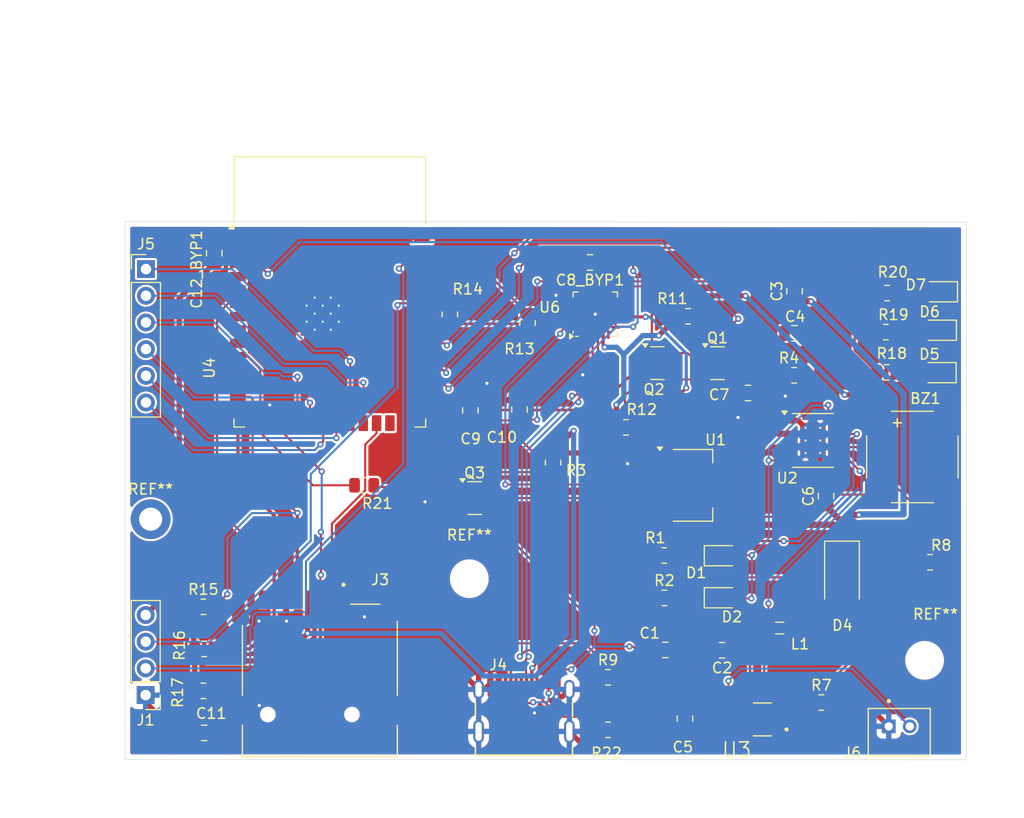
<source format=kicad_pcb>
(kicad_pcb (version 20241229) (generator "pcbnew") (generator_version "9.0")
  (layers (0 "F.Cu" signal) (2 "B.Cu" signal) (13 "F.Paste" user) (15 "B.Paste" user) (5 "F.SilkS" user "F.Silkscreen") (7 "B.SilkS" user "B.Silkscreen") (1 "F.Mask" user) (3 "B.Mask" user) (25 "Edge.Cuts" user))
  (net 0 "")
  (net 1 "Net-(BZ1--)")
  (net 2 "+3.3V")
  (net 3 "/VBUS")
  (net 4 "GND")
  (net 5 "/VBAT")
  (net 6 "+5V")
  (net 7 "Net-(U1-VO)")
  (net 8 "/ESP32 WROOM 32/ESP_EN")
  (net 9 "Net-(D1-K)")
  (net 10 "Net-(D2-K)")
  (net 11 "Net-(D4-A)")
  (net 12 "Net-(D5-A)")
  (net 13 "Net-(D6-A)")
  (net 14 "Net-(D7-A)")
  (net 15 "/ESP32 WROOM 32/SDA")
  (net 16 "/ESP32 WROOM 32/SCL")
  (net 17 "Net-(J5-Pin_6)")
  (net 18 "Net-(J5-Pin_1)")
  (net 19 "Net-(J5-Pin_4)")
  (net 20 "Net-(J5-Pin_5)")
  (net 21 "Net-(J5-Pin_3)")
  (net 22 "Net-(J5-Pin_2)")
  (net 23 "/ESP32 WROOM 32/RTS")
  (net 24 "/ESP32 WROOM 32/DTR")
  (net 25 "/ESP32 WROOM 32/GPIO0")
  (net 26 "Net-(Q3-B)")
  (net 27 "Net-(U2-~{CHRG})")
  (net 28 "Net-(U2-~{STDBY})")
  (net 29 "Net-(U2-PROG)")
  (net 30 "Net-(U3-FB)")
  (net 31 "Net-(J4-CC1)")
  (net 32 "Net-(U6-~{RST})")
  (net 33 "/ESP32 WROOM 32/ESP_TX")
  (net 34 "Net-(U4-TXD0{slash}IO1)")
  (net 35 "/ESP32 WROOM 32/ESP_RX")
  (net 36 "Net-(U4-RXD0{slash}IO3)")
  (net 37 "/ESP32 WROOM 32/SCK")
  (net 38 "/ESP32 WROOM 32/MISO")
  (net 39 "/ESP32 WROOM 32/MOSI")
  (net 40 "Net-(U4-IO16)")
  (net 41 "Net-(U4-IO17)")
  (net 42 "Net-(U4-IO18)")
  (net 43 "Net-(U4-IO25)")
  (net 44 "Net-(J4-CC2)")
  (net 45 "/ESP32 WROOM 32/CS")
  (net 58 "/ESP32 WROOM 32/GPIO34")
  (net 62 "/USB_DN")
  (net 65 "/USB_DP")
  (footprint "Capacitor_SMD:C_0805_2012Metric" (layer "F.Cu") (at 86.9328 121.2088)
    (property "Reference" "C1")
    (property "Value" "10u")
  )
  (footprint "Connector_PinHeader_2.54mm:PinHeader_1x06_P2.54mm_Vertical" (layer "F.Cu") (at 37.5 84.96)
    (property "Reference" "J5")
    (property "Value" "Conn_01x06_Pin")
  )
  (footprint "Resistor_SMD:R_0805_2012Metric" (layer "F.Cu") (at 107.9735 94.7928)
    (property "Reference" "R18")
    (property "Value" "150")
  )
  (footprint "LED_SMD:LED_0805_2012Metric" (layer "F.Cu") (at 92.3239 116.2426)
    (property "Reference" "D2")
    (property "Value" "LED")
  )
  (footprint "LED_SMD:LED_0805_2012Metric" (layer "F.Cu") (at 92.3239 112.2426)
    (property "Reference" "D1")
    (property "Value" "LED")
  )
  (footprint "Package_TO_SOT_SMD:SOT-23" (layer "F.Cu") (at 68.7855 106.7562)
    (property "Reference" "Q3")
    (property "Value" "BC847")
  )
  (footprint "Resistor_SMD:R_0805_2012Metric" (layer "F.Cu") (at 112.1276 112.8682)
    (property "Reference" "R8")
    (property "Value" "110k")
  )
  (footprint "Capacitor_SMD:C_0805_2012Metric" (layer "F.Cu") (at 73.0504 98.3336 90)
    (property "Reference" "C10")
    (property "Value" "100n")
  )
  (footprint "Capacitor_SMD:C_0805_2012Metric" (layer "F.Cu") (at 68.3768 98.4098 90)
    (property "Reference" "C9")
    (property "Value" "4u7")
  )
  (footprint "Resistor_SMD:R_0805_2012Metric" (layer "F.Cu") (at 101.7759 126.2126)
    (property "Reference" "R7")
    (property "Value" "15k")
  )
  (footprint "Resistor_SMD:R_0805_2012Metric" (layer "F.Cu") (at 89.1013 89.4538)
    (property "Reference" "R11")
    (property "Value" "10k")
  )
  (footprint "Capacitor_SMD:C_0805_2012Metric" (layer "F.Cu") (at 44 83.45 90)
    (property "Reference" "C12_BYP1")
    (property "Value" "100n")
  )
  (footprint "Resistor_SMD:R_0805_2012Metric" (layer "F.Cu") (at 86.8445 116.2558)
    (property "Reference" "R2")
    (property "Value" "1k")
  )
  (footprint "Resistor_SMD:R_0805_2012Metric" (layer "F.Cu") (at 83.1869 100.0252)
    (property "Reference" "R12")
    (property "Value" "1k")
  )
  (footprint "Capacitor_SMD:C_0805_2012Metric" (layer "F.Cu") (at 79.7662 84.328 180)
    (property "Reference" "C8_BYP1")
    (property "Value" "100n")
  )
  (footprint "Capacitor_SMD:C_0805_2012Metric" (layer "F.Cu") (at 92.3364 121.2426 180)
    (property "Reference" "C2")
    (property "Value" "10u")
  )
  (footprint "Connector_PinHeader_2.54mm:PinHeader_1x04_P2.54mm_Vertical" (layer "F.Cu") (at 37.4746 125.5048 180)
    (property "Reference" "J1")
    (property "Value" "Conn_01x04_Pin")
  )
  (footprint "Resistor_SMD:R_0805_2012Metric" (layer "F.Cu") (at 42.9637 125.1044)
    (property "Reference" "R17")
    (property "Value" "10k")
  )
  (footprint "New_Library3:CUI_MSD-4-A" (layer "F.Cu") (at 54.0512 124.1044)
    (property "Reference" "J3")
    (property "Value" "MSD-4-A")
  )
  (footprint "Capacitor_SMD:C_0805_2012Metric" (layer "F.Cu") (at 102.2262 106.5698 90)
    (property "Reference" "C6")
    (property "Value" "22u")
  )
  (footprint "Capacitor_SMD:C_0805_2012Metric" (layer "F.Cu") (at 99.2262 91.0698)
    (property "Reference" "C4")
    (property "Value" "22u")
  )
  (footprint "New_Library1:SOT95P280X145-6N" (layer "F.Cu") (at 96.166 127.823 180)
    (property "Reference" "U3")
    (property "Value" "MT3608")
  )
  (footprint "Capacitor_SMD:C_0805_2012Metric" (layer "F.Cu") (at 43.0512 129.1044)
    (property "Reference" "C11")
    (property "Value" "0.1u")
  )
  (footprint "Resistor_SMD:R_0805_2012Metric" (layer "F.Cu") (at 81.4768 123.8162)
    (property "Reference" "R9")
    (property "Value" "5k1")
  )
  (footprint "LED_SMD:LED_0805_2012Metric" (layer "F.Cu") (at 113.0531 87.122 180)
    (property "Reference" "D7")
    (property "Value" "LED")
  )
  (footprint "Package_TO_SOT_SMD:SOT-223-3_TabPin2" (layer "F.Cu") (at 89.5364 105.5426)
    (property "Reference" "U1")
    (property "Value" "AMS1117-3.3")
  )
  (footprint "Capacitor_SMD:C_0805_2012Metric" (layer "F.Cu") (at 94.8069 96.7538 180)
    (property "Reference" "C7")
    (property "Value" "1u")
  )
  (footprint "NewLibrary6:JST_B2B-PH-K-S_LF__SN_" (layer "F.Cu") (at 109.1946 129.032 180)
    (property "Reference" "J6")
    (property "Value" "B2B-PH-K-S_LF__SN_")
  )
  (footprint "MountingHole:MountingHole_3.2mm_M3" (layer "F.Cu") (at 111.6076 122.1994)
    (property "Reference" "REF**")
    (property "Value" "MountingHole_3.2mm_M3")
  )
  (footprint "Capacitor_SMD:C_0805_2012Metric" (layer "F.Cu") (at 88.7984 127.7468 -90)
    (property "Reference" "C5")
    (property "Value" "22u")
  )
  (footprint "Buzzer_Beeper:PUIAudio_SMT_0825_S_4_R" (layer "F.Cu") (at 110.4416 102.8434)
    (property "Reference" "BZ1")
    (property "Value" "Buzzer")
  )
  (footprint "Package_TO_SOT_SMD:SOT-23" (layer "F.Cu") (at 91.8949 93.914)
    (property "Reference" "Q1")
    (property "Value" "BSS138")
  )
  (footprint "Package_TO_SOT_SMD:SOT-23" (layer "F.Cu") (at 86.1799 93.909)
    (property "Reference" "Q2")
    (property "Value" "BSS138")
  )
  (footprint "MountingHole:MountingHole_3.2mm_M3" (layer "F.Cu") (at 68.2752 114.427)
    (property "Reference" "REF**")
    (property "Value" "MountingHole_3.2mm_M3")
  )
  (footprint "LED_SMD:LED_0805_2012Metric" (layer "F.Cu") (at 112.9261 94.8182 180)
    (property "Reference" "D5")
    (property "Value" "LED")
  )
  (footprint "Resistor_SMD:R_0805_2012Metric" (layer "F.Cu") (at 81.4768 128.8162)
    (property "Reference" "R22")
    (property "Value" "5k1")
  )
  (footprint "Package_SO:SOIC-8-1EP_3.9x4.9mm_P1.27mm_EP2.41x3.3mm_ThermalVias" (layer "F.Cu") (at 100.9762 101.2698)
    (property "Reference" "U2")
    (property "Value" "TP4056-42-ESOP8")
  )
  (footprint "Resistor_SMD:R_0805_2012Metric" (layer "F.Cu") (at 73.8124 90.0919 -90)
    (property "Reference" "R13")
    (property "Value" "10k")
  )
  (footprint "New_Library4:MOLEX_2171790001" (layer "F.Cu") (at 73.4768 127.8162)
    (property "Reference" "J4")
    (property "Value" "2171790001")
  )
  (footprint "Resistor_SMD:R_0805_2012Metric" (layer "F.Cu") (at 66.421 89.2791 -90)
    (property "Reference" "R14")
    (property "Value" "10k")
  )
  (footprint "Capacitor_SMD:C_0805_2012Metric" (layer "F.Cu") (at 99.2262 87.0698 90)
    (property "Reference" "C3")
    (property "Value" "10u")
  )
  (footprint "Resistor_SMD:R_0805_2012Metric" (layer "F.Cu") (at 108.0497 87.249)
    (property "Reference" "R20")
    (property "Value" "150")
  )
  (footprint "Resistor_SMD:R_0805_2012Metric" (layer "F.Cu") (at 76.2508 103.3761 90)
    (property "Reference" "R3")
    (property "Value" "0")
  )
  (footprint "Resistor_SMD:R_0805_2012Metric" (layer "F.Cu") (at 107.9227 90.9574)
    (property "Reference" "R19")
    (property "Value" "150")
  )
  (footprint "Resistor_SMD:R_0805_2012Metric" (layer "F.Cu") (at 58.2657 105.537)
    (property "Reference" "R21")
    (property "Value" "1k")
  )
  (footprint "Diode_SMD:D_SMA" (layer "F.Cu") (at 103.7456 114.3668 -90)
    (property "Reference" "D4")
    (property "Value" "SS14")
  )
  (footprint "RF_Module:ESP32-WROOM-32" (layer "F.Cu") (at 55 90.115)
    (property "Reference" "U4")
    (property "Value" "ESP32-WROOM-32")
  )
  (footprint "MountingHole:MountingHole_2.2mm_M2_DIN965_Pad" (layer "F.Cu") (at 37.9476 108.7628)
    (property "Reference" "REF**")
    (property "Value" "MountingHole_2.2mm_M2_DIN965_Pad")
  )
  (footprint "Resistor_SMD:R_0805_2012Metric" (layer "F.Cu") (at 43.0512 121.1044)
    (property "Reference" "R16")
    (property "Value" "10k")
  )
  (footprint "LED_SMD:LED_0805_2012Metric" (layer "F.Cu") (at 112.9515 90.7796 180)
    (property "Reference" "D6")
    (property "Value" "LED")
  )
  (footprint "Inductor_SMD:L_0805_2012Metric" (layer "F.Cu") (at 97.8111 119.126)
    (property "Reference" "L1")
    (property "Value" "5u")
  )
  (footprint "Resistor_SMD:R_0805_2012Metric" (layer "F.Cu") (at 99.1887 95.0698)
    (property "Reference" "R4")
    (property "Value" "2k")
  )
  (footprint "Resistor_SMD:R_0805_2012Metric" (layer "F.Cu") (at 86.8191 112.2172 180)
    (property "Reference" "R1")
    (property "Value" "1k")
  )
  (footprint "Package_DFN_QFN:QFN-24-1EP_4x4mm_P0.5mm_EP2.6x2.6mm" (layer "F.Cu") (at 80.264 89.2556 90)
    (property "Reference" "U6")
    (property "Value" "CP2102N-Axx-xQFN24")
  )
  (footprint "Resistor_SMD:R_0805_2012Metric" (layer "F.Cu") (at 42.9637 117.1044)
    (property "Reference" "R15")
    (property "Value" "10k")
  )
  (gr_line (start 35.5092 80.4418) (end 35.5092 131.6355) (stroke (width 0.05)) (layer "Edge.Cuts"))
  (gr_line (start 35.5092 131.6355) (end 115.57 131.660876) (stroke (width 0.05)) (layer "Edge.Cuts"))
  (gr_line (start 115.57 131.660876) (end 115.57 80.4926) (stroke (width 0.05)) (layer "Edge.Cuts"))
  (gr_line (start 115.2652 80.4926) (end 115.57 80.4926) (stroke (width 0.05)) (layer "Edge.Cuts"))
  (gr_line (start 114.8334 80.4926) (end 35.5092 80.4418) (stroke (width 0.05)) (layer "Edge.Cuts"))
  (gr_line (start 114.8334 80.4926) (end 115.2652 80.4926) (stroke (width 0.05)) (layer "Edge.Cuts"))
  (segment (start 92.636313 108.532571) (end 99.702269 108.532571) (width 0.2) (layer "F.Cu") (net 1))
  (segment (start 106.8642 106.4208) (end 106.9416 106.3434) (width 0.2) (layer "F.Cu") (net 1))
  (segment (start 101.81404 106.4208) (end 106.8642 106.4208) (width 0.2) (layer "F.Cu") (net 1))
  (segment (start 99.702269 108.532571) (end 101.81404 106.4208) (width 0.2) (layer "F.Cu") (net 1))
  (segment (start 69.723 106.7562) (end 90.859942 106.7562) (width 0.2) (layer "F.Cu") (net 1))
  (segment (start 90.859942 106.7562) (end 92.636313 108.532571) (width 0.2) (layer "F.Cu") (net 1))
  (segment (start 40.6654 87.7346) (end 40.6654 116.205) (width 0.5) (layer "F.Cu") (net 2))
  (segment (start 44 84.4) (end 40.6654 87.7346) (width 0.5) (layer "F.Cu") (net 2))
  (segment (start 90.1396 87.503) (end 94.5642 87.503) (width 0.5) (layer "F.Cu") (net 2))
  (segment (start 42.1387 125.0169) (end 42.0512 125.1044) (width 0.5) (layer "F.Cu") (net 2))
  (segment (start 52.8828 119.634) (end 52.8828 116.4728) (width 0.5) (layer "F.Cu") (net 2))
  (segment (start 42.0512 121.0169) (end 42.1387 121.1044) (width 0.5) (layer "F.Cu") (net 2))
  (segment (start 41.514 117.1044) (end 42.0512 117.1044) (width 0.5) (layer "F.Cu") (net 2))
  (segment (start 76.2508 102.4636) (end 79.836 102.4636) (width 0.5) (layer "F.Cu") (net 2))
  (segment (start 43.2897 122.2554) (end 50.2614 122.2554) (width 0.5) (layer "F.Cu") (net 2))
  (segment (start 82.2744 100.0252) (end 82.2744 97.87) (width 0.5) (layer "F.Cu") (net 2))
  (segment (start 76.2508 102.3112) (end 78.2066 100.3554) (width 0.5) (layer "F.Cu") (net 2))
  (segment (start 88.1888 89.4538) (end 88.143 89.4538) (width 0.5) (layer "F.Cu") (net 2))
  (segment (start 50.2614 122.2554) (end 52.8828 119.634) (width 0.5) (layer "F.Cu") (net 2))
  (segment (start 39.129 116.2304) (end 40.64 116.2304) (width 0.5) (layer "F.Cu") (net 2))
  (segment (start 42.0512 117.1044) (end 42.0512 121.0169) (width 0.5) (layer "F.Cu") (net 2))
  (segment (start 82.2744 97.87) (end 82.2706 97.8662) (width 0.5) (layer "F.Cu") (net 2))
  (segment (start 42.1387 121.1044) (end 43.2897 122.2554) (width 0.5) (layer "F.Cu") (net 2))
  (segment (start 52.8828 116.4728) (end 53.0012 116.3544) (width 0.5) (layer "F.Cu") (net 2))
  (segment (start 44 84.4) (end 45.265 83.135) (width 0.5) (layer "F.Cu") (net 2))
  (segment (start 37.4746 117.8848) (end 39.129 116.2304) (width 0.5) (layer "F.Cu") (net 2))
  (segment (start 88.1888 89.4538) (end 90.1396 87.503) (width 0.5) (layer "F.Cu") (net 2))
  (segment (start 79.836 102.4636) (end 82.2744 100.0252) (width 0.5) (layer "F.Cu") (net 2))
  (segment (start 88.143 89.4538) (end 86.3092 91.2876) (width 0.5) (layer "F.Cu") (net 2))
  (segment (start 81.014 92.2662) (end 81.014 91.1931) (width 0.3) (layer "F.Cu") (net 2))
  (segment (start 42.0512 129.0544) (end 42.1012 129.1044) (width 0.5) (layer "F.Cu") (net 2))
  (segment (start 104.5246 96.9264) (end 106.9416 99.3434) (width 0.5) (layer "F.Cu") (net 2))
  (segment (start 40.6654 116.205) (end 40.64 116.2304) (width 0.5) (layer "F.Cu") (net 2))
  (segment (start 42.1387 121.1044) (end 42.1387 125.0169) (width 0.5) (layer "F.Cu") (net 2))
  (segment (start 42.0512 125.1044) (end 42.0512 129.0544) (width 0.5) (layer "F.Cu") (net 2))
  (segment (start 81.153 92.4052) (end 81.014 92.2662) (width 0.3) (layer "F.Cu") (net 2))
  (segment (start 45.265 83.135) (end 46.25 83.135) (width 0.5) (layer "F.Cu") (net 2))
  (segment (start 76.2508 102.4636) (end 76.2508 102.3112) (width 0.5) (layer "F.Cu") (net 2))
  (segment (start 40.64 116.2304) (end 41.514 117.1044) (width 0.5) (layer "F.Cu") (net 2))
  (segment (start 103.9876 96.9264) (end 104.5246 96.9264) (width 0.5) (layer "F.Cu") (net 2))
  (via (at 103.9876 96.9264) (size 0.6) (drill 0.3) (layers "F.Cu" "B.Cu") (net 2))
  (via (at 94.5642 87.503) (size 0.6) (drill 0.3) (layers "F.Cu" "B.Cu") (net 2))
  (via (at 82.2706 97.8662) (size 0.6) (drill 0.3) (layers "F.Cu" "B.Cu") (net 2))
  (via (at 78.2066 100.3554) (size 0.6) (drill 0.3) (layers "F.Cu" "B.Cu") (net 2))
  (via (at 52.8828 119.634) (size 0.6) (drill 0.3) (layers "F.Cu" "B.Cu") (net 2))
  (via (at 86.3092 91.2876) (size 0.6) (drill 0.3) (layers "F.Cu" "B.Cu") (net 2))
  (via (at 81.153 92.4052) (size 0.6) (drill 0.3) (layers "F.Cu" "B.Cu") (net 2))
  (segment (start 78.2066 120.068275) (end 78.2066 100.3554) (width 0.5) (layer "B.Cu") (net 2))
  (segment (start 82.9818 97.155) (end 82.9818 93.091) (width 0.5) (layer "B.Cu") (net 2))
  (segment (start 82.9818 93.091) (end 82.296 92.4052) (width 0.5) (layer "B.Cu") (net 2))
  (segment (start 94.5642 87.503) (end 103.9876 96.9264) (width 0.5) (layer "B.Cu") (net 2))
  (segment (start 84.7852 91.2876) (end 82.9818 93.091) (width 0.5) (layer "B.Cu") (net 2))
  (segment (start 65.569517 119.634) (end 69.622517 123.687) (width 0.5) (layer "B.Cu") (net 2))
  (segment (start 82.296 92.4052) (end 81.153 92.4052) (width 0.5) (layer "B.Cu") (net 2))
  (segment (start 52.8828 119.634) (end 65.569517 119.634) (width 0.5) (layer "B.Cu") (net 2))
  (segment (start 86.3092 91.2876) (end 84.7852 91.2876) (width 0.5) (layer "B.Cu") (net 2))
  (segment (start 69.622517 123.687) (end 74.587875 123.687) (width 0.5) (layer "B.Cu") (net 2))
  (segment (start 82.2706 97.8662) (end 82.9818 97.155) (width 0.5) (layer "B.Cu") (net 2))
  (segment (start 74.587875 123.687) (end 78.2066 120.068275) (width 0.5) (layer "B.Cu") (net 2))
  (segment (start 95.1738 112.1918) (end 93.3122 112.1918) (width 0.2) (layer "F.Cu") (net 3))
  (segment (start 72.273 126.2634) (end 71.0768 125.0672) (width 0.2) (layer "F.Cu") (net 3))
  (segment (start 75.8268 124.4412) (end 75.8768 124.3912) (width 0.2) (layer "F.Cu") (net 3))
  (segment (start 98.5012 103.1748) (end 96.774 103.1748) (width 0.2) (layer "F.Cu") (net 3))
  (segment (start 75.8768 124.3912) (end 75.8768 123.6162) (width 0.2) (layer "F.Cu") (net 3))
  (segment (start 93.3122 112.1918) (end 93.2614 112.2426) (width 0.2) (layer "F.Cu") (net 3))
  (segment (start 68.3768 99.3598) (end 72.9742 99.3598) (width 0.2) (layer "F.Cu") (net 3))
  (segment (start 83.8708 84.6074) (end 83.8708 85.1408) (width 0.2) (layer "F.Cu") (net 3))
  (segment (start 83.5914 84.328) (end 83.8708 84.6074) (width 0.2) (layer "F.Cu") (net 3))
  (segment (start 75.8268 125.32194) (end 75.8268 124.4412) (width 0.2) (layer "F.Cu") (net 3))
  (segment (start 88.6498 118.5418) (end 90.9622 118.5418) (width 0.2) (layer "F.Cu") (net 3))
  (segment (start 90.9622 118.5418) (end 93.2614 116.2426) (width 0.2) (layer "F.Cu") (net 3))
  (segment (start 80.7162 84.328) (end 83.5914 84.328) (width 0.2) (layer "F.Cu") (net 3))
  (segment (start 73.0504 101.0882) (end 76.2508 104.2886) (width 0.2) (layer "F.Cu") (net 3))
  (segment (start 93.3254 116.3066) (end 93.2614 116.2426) (width 0.2) (layer "F.Cu") (net 3))
  (segment (start 76.43 123.063) (end 77.978 123.063) (width 0.2) (layer "F.Cu") (net 3))
  (segment (start 82.2015 90.5056) (end 82.2015 90.0056) (width 0.2) (layer "F.Cu") (net 3))
  (segment (start 83.8454 120.8786) (end 84.1756 121.2088) (width 0.2) (layer "F.Cu") (net 3))
  (segment (start 84.1756 121.2088) (end 85.9828 121.2088) (width 0.2) (layer "F.Cu") (net 3))
  (segment (start 95.123 116.3066) (end 93.3254 116.3066) (width 0.2) (layer "F.Cu") (net 3))
  (segment (start 85.9828 121.2088) (end 88.6498 118.5418) (width 0.2) (layer "F.Cu") (net 3))
  (segment (start 74.7218 99.2836) (end 74.7268 99.2886) (width 0.2) (layer "F.Cu") (net 3))
  (segment (start 80.1878 118.666532) (end 80.1878 119.38) (width 0.2) (layer "F.Cu") (net 3))
  (segment (start 73.0504 99.2836) (end 74.7218 99.2836) (width 0.2) (layer "F.Cu") (net 3))
  (segment (start 72.9742 99.3598) (end 73.0504 99.2836) (width 0.2) (layer "F.Cu") (net 3))
  (segment (start 74.165502 126.1872) (end 74.089302 126.2634) (width 0.2) (layer "F.Cu") (net 3))
  (segment (start 81.514 91.1931) (end 82.2015 90.5056) (width 0.2) (layer "F.Cu") (net 3))
  (segment (start 74.3458 126.1872) (end 74.165502 126.1872) (width 0.2) (layer "F.Cu") (net 3))
  (segment (start 75.8768 123.6162) (end 76.43 123.063) (width 0.2) (layer "F.Cu") (net 3))
  (segment (start 82.2577 90.4494) (end 82.2015 90.5056) (width 0.2) (layer "F.Cu") (net 3))
  (segment (start 70.811132 104.2886) (end 68.6845 106.415232) (width 0.2) (layer "F.Cu") (net 3))
  (segment (start 83.8708 90.4494) (end 82.2577 90.4494) (width 0.2) (layer "F.Cu") (net 3))
  (segment (start 68.6845 106.415232) (end 68.6845 107.163232) (width 0.2) (layer "F.Cu") (net 3))
  (segment (start 102.4382 98.3518) (end 103.4512 99.3648) (width 0.2) (layer "F.Cu") (net 3))
  (segment (start 68.6845 107.163232) (end 80.1878 118.666532) (width 0.2) (layer "F.Cu") (net 3))
  (segment (start 102.4382 97.8916) (end 102.4382 98.3518) (width 0.2) (layer "F.Cu") (net 3))
  (segment (start 73.0504 99.2836) (end 73.0504 101.0882) (width 0.2) (layer "F.Cu") (net 3))
  (segment (start 83.5152 120.8786) (end 83.8454 120.8786) (width 0.2) (layer "F.Cu") (net 3))
  (segment (start 71.0768 125.0672) (end 71.0768 124.3912) (width 0.2) (layer "F.Cu") (net 3))
  (segment (start 76.2508 104.2886) (end 70.811132 104.2886) (width 0.2) (layer "F.Cu") (net 3))
  (segment (start 74.089302 126.2634) (end 72.273 126.2634) (width 0.2) (layer "F.Cu") (net 3))
  (via (at 77.978 123.063) (size 0.6) (drill 0.3) (layers "F.Cu" "B.Cu") (net 3))
  (via (at 75.8268 125.32194) (size 0.6) (drill 0.3) (layers "F.Cu" "B.Cu") (net 3))
  (via (at 74.3458 126.1872) (size 0.6) (drill 0.3) (layers "F.Cu" "B.Cu") (net 3))
  (via (at 95.1738 112.1918) (size 0.6) (drill 0.3) (layers "F.Cu" "B.Cu") (net 3))
  (via (at 83.8708 90.4494) (size 0.6) (drill 0.3) (layers "F.Cu" "B.Cu") (net 3))
  (via (at 95.123 116.3066) (size 0.6) (drill 0.3) (layers "F.Cu" "B.Cu") (net 3))
  (via (at 102.4382 97.8916) (size 0.6) (drill 0.3) (layers "F.Cu" "B.Cu") (net 3))
  (via (at 74.7268 99.2886) (size 0.6) (drill 0.3) (layers "F.Cu" "B.Cu") (net 3))
  (via (at 83.8708 85.1408) (size 0.6) (drill 0.3) (layers "F.Cu" "B.Cu") (net 3))
  (via (at 96.774 103.1748) (size 0.6) (drill 0.3) (layers "F.Cu" "B.Cu") (net 3))
  (via (at 80.1878 119.38) (size 0.6) (drill 0.3) (layers "F.Cu" "B.Cu") (net 3))
  (via (at 83.5152 120.8786) (size 0.6) (drill 0.3) (layers "F.Cu" "B.Cu") (net 3))
  (segment (start 75.692 126.1872) (end 75.8268 126.0524) (width 0.2) (layer "B.Cu") (net 3))
  (segment (start 77.978 123.063) (end 80.1624 120.8786) (width 0.2) (layer "B.Cu") (net 3))
  (segment (start 74.3458 126.1872) (end 75.692 126.1872) (width 0.2) (layer "B.Cu") (net 3))
  (segment (start 82.258857 90.4494) (end 83.8708 90.4494) (width 0.2) (layer "B.Cu") (net 3))
  (segment (start 95.1738 116.2558) (end 95.123 116.3066) (width 0.2) (layer "B.Cu") (net 3))
  (segment (start 84.3026 85.5726) (end 84.3026 90.0176) (width 0.2) (layer "B.Cu") (net 3))
  (segment (start 83.8708 85.1408) (end 84.3026 85.5726) (width 0.2) (layer "B.Cu") (net 3))
  (segment (start 80.1878 120.8532) (end 80.1624 120.8786) (width 0.2) (layer "B.Cu") (net 3))
  (segment (start 96.774 102.0318) (end 100.8634 97.9424) (width 0.2) (layer "B.Cu") (net 3))
  (segment (start 74.7268 99.2886) (end 74.7268 97.981457) (width 0.2) (layer "B.Cu") (net 3))
  (segment (start 84.3026 90.0176) (end 83.8708 90.4494) (width 0.2) (layer "B.Cu") (net 3))
  (segment (start 96.774 103.1748) (end 96.774 110.5916) (width 0.2) (layer "B.Cu") (net 3))
  (segment (start 75.8268 126.0524) (end 75.8268 125.32194) (width 0.2) (layer "B.Cu") (net 3))
  (segment (start 96.774 103.1748) (end 96.774 102.0318) (width 0.2) (layer "B.Cu") (net 3))
  (segment (start 96.774 110.5916) (end 95.1738 112.1918) (width 0.2) (layer "B.Cu") (net 3))
  (segment (start 102.3874 97.9424) (end 102.4382 97.8916) (width 0.2) (layer "B.Cu") (net 3))
  (segment (start 80.1878 119.38) (end 80.1878 120.8532) (width 0.2) (layer "B.Cu") (net 3))
  (segment (start 100.8634 97.9424) (end 102.3874 97.9424) (width 0.2) (layer "B.Cu") (net 3))
  (segment (start 80.1624 120.8786) (end 83.5152 120.8786) (width 0.2) (layer "B.Cu") (net 3))
  (segment (start 74.7268 97.981457) (end 82.258857 90.4494) (width 0.2) (layer "B.Cu") (net 3))
  (segment (start 95.1738 112.1918) (end 95.1738 116.2558) (width 0.2) (layer "B.Cu") (net 3))
  (segment (start 42.8252 130.2804) (end 44.0012 129.1044) (width 0.5) (layer "F.Cu") (net 4))
  (segment (start 77.1092 125.6538) (end 77.7968 124.9662) (width 0.5) (layer "F.Cu") (net 4))
  (segment (start 73.0504 97.3836) (end 73.0504 96.139) (width 0.5) (layer "F.Cu") (net 4))
  (segment (start 102.3874 88.8586) (end 100.676138 90.569862) (width 0.5) (layer "F.Cu") (net 4))
  (segment (start 46.3012 126.9544) (end 47.823 126.9544) (width 0.5) (layer "F.Cu") (net 4))
  (segment (start 79.0702 92.202) (end 79.0702 95.0214) (width 0.3) (layer "F.Cu") (net 4))
  (segment (start 44.635 81.865) (end 46.25 81.865) (width 0.5) (layer "F.Cu") (net 4))
  (segment (start 93.8569 99.0815) (end 93.853 99.0854) (width 0.5) (layer "F.Cu") (net 4))
  (segment (start 68.941125 81.865) (end 73.131325 86.0552) (width 0.5) (layer "F.Cu") (net 4))
  (segment (start 67.04 107.7062) (end 60.9012 113.845) (width 0.5) (layer "F.Cu") (net 4))
  (segment (start 78.8924 84.4042) (end 79.0702 84.4042) (width 0.5) (layer "F.Cu") (net 4))
  (segment (start 50.8762 116.4294) (end 50.8012 116.3544) (width 0.5) (layer "F.Cu") (net 4))
  (segment (start 64.6532 107.7062) (end 64.0588 107.1118) (width 0.5) (layer "F.Cu") (net 4))
  (segment (start 69.7018 124.9662) (end 70.2768 124.3912) (width 0.5) (layer "F.Cu") (net 4))
  (segment (start 41.553908 130.2804) (end 42.8252 130.2804) (width 0.5) (layer "F.Cu") (net 4))
  (segment (start 69.1568 124.9662) (end 69.1568 128.9662) (width 0.5) (layer "F.Cu") (net 4))
  (segment (start 81.2383 124.9672) (end 80.250092 124.9672) (width 0.5) (layer "F.Cu") (net 4))
  (segment (start 65.7602 121.5696) (end 69.1568 124.9662) (width 0.5) (layer "F.Cu") (net 4))
  (segment (start 102.6884 126.2126) (end 105.9252 126.2126) (width 0.5) (layer "F.Cu") (net 4))
  (segment (start 67.04 107.7062) (end 64.6532 107.7062) (width 0.5) (layer "F.Cu") (net 4))
  (segment (start 61.8266 121.5696) (end 65.7602 121.5696) (width 0.5) (layer "F.Cu") (net 4))
  (segment (start 70.2768 125.4662) (end 70.2768 124.3912) (width 0.5) (layer "F.Cu") (net 4))
  (segment (start 100.1012 95.0698) (end 100.1012 97.4344) (width 0.5) (layer "F.Cu") (net 4))
  (segment (start 73.131325 86.0552) (end 74.0012 86.0552) (width 0.5) (layer "F.Cu") (net 4))
  (segment (start 69.1568 124.9662) (end 69.7018 124.9662) (width 0.5) (layer "F.Cu") (net 4))
  (segment (start 83.3528 128.068908) (end 83.3528 129.563492) (width 0.5) (layer "F.Cu") (net 4))
  (segment (start 77.7968 124.9662) (end 80.250092 124.9662) (width 0.5) (layer "F.Cu") (net 4))
  (segment (start 105.9252 126.2126) (end 108.1946 128.482) (width 0.5) (layer "F.Cu") (net 4))
  (segment (start 82.3893 123.8162) (end 85.2754 123.8162) (width 0.5) (layer "F.Cu") (net 4))
  (segment (start 76.6768 125.5326) (end 76.6768 124.3912) (width 0.5) (layer "F.Cu") (net 4))
  (segment (start 88.7984 128.6968) (end 89.6206 129.519) (width 0.5) (layer "F.Cu") (net 4))
  (segment (start 73.0504 96.139) (end 73.4822 95.7072) (width 0.5) (layer "F.Cu") (net 4))
  (segment (start 44.1512 129.1044) (end 46.3012 126.9544) (width 0.5) (layer "F.Cu") (net 4))
  (segment (start 83.5744 103.2426) (end 86.3864 103.2426) (width 0.3) (layer "F.Cu") (net 4))
  (segment (start 79.514 91.7582) (end 79.0702 92.202) (width 0.3) (layer "F.Cu") (net 4))
  (segment (start 76.5556 125.6538) (end 77.1092 125.6538) (width 0.5) (layer "F.Cu") (net 4))
  (segment (start 82.3893 123.8162) (end 81.2383 124.9672) (width 0.5) (layer "F.Cu") (net 4))
  (segment (start 57.103 87.68) (end 55.845 87.68) (width 0.5) (layer "F.Cu") (net 4))
  (segment (start 61.8012 126.9544) (end 61.8012 118.3044) (width 0.5) (layer "F.Cu") (net 4))
  (segment (start 87.3681 103.2426) (end 86.3864 103.2426) (width 0.5) (layer "F.Cu") (net 4))
  (segment (start 47.823 126.9544) (end 48.2854 126.492) (width 0.5) (layer "F.Cu") (net 4))
  (segment (start 87.2699 128.6968) (end 82.3893 123.8162) (width 0.5) (layer "F.Cu") (net 4))
  (segment (start 74.0012 85.820325) (end 74.0012 86.0552) (width 0.5) (layer "F.Cu") (net 4))
  (segment (start 101.6762 105.0698) (end 101.6762 102.4698) (width 0.5) (layer "F.Cu") (net 4))
  (segment (start 80.264 89.2556) (end 79.514 90.0056) (width 0.2) (layer "F.Cu") (net 4))
  (segment (start 44.0012 129.1044) (end 44.1512 129.1044) (width 0.5) (layer "F.Cu") (net 4))
  (segment (start 93.8569 96.7538) (end 93.8569 99.0815) (width 0.5) (layer "F.Cu") (net 4))
  (segment (start 63.75 81.865) (end 68.941125 81.865) (width 0.5) (layer "F.Cu") (net 4))
  (segment (start 99.7112 101.9048) (end 100.2762 102.4698) (width 0.5) (layer "F.Cu") (net 4))
  (segment (start 61.8012 118.3044) (end 60.9012 117.4044) (width 0.5) (layer "F.Cu") (net 4))
  (segment (start 49.276 97.8916) (end 49.276 99.611) (width 0.2) (layer "F.Cu") (net 4))
  (segment (start 67.848 107.7062) (end 67.04 107.7062) (width 0.5) (layer "F.Cu") (net 4))
  (segment (start 100.1012 97.4344) (end 100.1012 97.7648) (width 0.5) (layer "F.Cu") (net 4))
  (segment (start 79.514 91.1931) (end 79.514 91.7582) (width 0.3) (layer "F.Cu") (net 4))
  (segment (start 78.7978 129.9672) (end 77.7968 128.9662) (width 0.5) (layer "F.Cu") (net 4))
  (segment (start 75.010925 87.4522) (end 76.5302 87.4522) (width 0.5) (layer "F.Cu") (net 4))
  (segment (start 88.7984 128.6968) (end 87.2699 128.6968) (width 0.5) (layer "F.Cu") (net 4))
  (segment (start 48.26 118.4656) (end 47.1124 118.4656) (width 0.5) (layer "F.Cu") (net 4))
  (segment (start 100.8634 127.823) (end 101.078 127.823) (width 0.5) (layer "F.Cu") (net 4))
  (segment (start 74.4728 127.2032) (end 72.0138 127.2032) (width 0.5) (layer "F.Cu") (net 4))
  (segment (start 72.0138 127.2032) (end 70.2768 125.4662) (width 0.5) (layer "F.Cu") (net 4))
  (segment (start 72.9742 97.4598) (end 73.0504 97.3836) (width 0.5) (layer "F.Cu") (net 4))
  (segment (start 99.5712 99.3648) (end 100.2762 100.0698) (width 0.5) (layer "F.Cu") (net 4))
  (segment (start 74.0012 86.442475) (end 75.010925 87.4522) (width 0.5) (layer "F.Cu") (net 4))
  (segment (start 80.250092 124.9662) (end 83.3528 128.068908) (width 0.5) (layer "F.Cu") (net 4))
  (segment (start 47.7425 81.865) (end 53.5575 87.68) (width 0.5) (layer "F.Cu") (net 4))
  (segment (start 78.8162 84.328) (end 75.493525 84.328) (width 0.5) (layer "F.Cu") (net 4))
  (segment (start 113.889 90.7796) (end 113.889 94.7928) (width 0.5) (layer "F.Cu") (net 4))
  (segment (start 69.9516 95.8342) (end 69.9516 97.282) (width 0.5) (layer "F.Cu") (net 4))
  (segment (start 98.5012 101.9048) (end 99.7112 101.9048) (width 0.5) (layer "F.Cu") (net 4))
  (segment (start 76.9874 92.202) (end 79.0702 92.202) (width 0.5) (layer "F.Cu") (net 4))
  (segment (start 106.092876 95.9866) (end 112.6952 95.9866) (width 0.5) (layer "F.Cu") (net 4))
  (segment (start 62.918 81.865) (end 57.103 87.68) (width 0.5) (layer "F.Cu") (net 4))
  (segment (start 58.293 118.0592) (end 60.2464 118.0592) (width 0.5) (layer "F.Cu") (net 4))
  (segment (start 63.75 81.865) (end 62.918 81.865) (width 0.5) (layer "F.Cu") (net 4))
  (segment (start 70.1294 97.4598) (end 72.9742 97.4598) (width 0.5) (layer "F.Cu") (net 4))
  (segment (start 97.336 127.823) (end 100.8634 127.823) (width 0.5) (layer "F.Cu") (net 4))
  (segment (start 49.276 99.611) (end 49.29 99.625) (width 0.2) (layer "F.Cu") (net 4))
  (segment (start 85.2754 123.8162) (end 87.8828 121.2088) (width 0.5) (layer "F.Cu") (net 4))
  (segment (start 99.7202 97.0534) (end 100.1012 97.4344) (width 0.5) (layer "F.Cu") (net 4))
  (segment (start 69.9516 97.282) (end 70.1294 97.4598) (width 0.5) (layer "F.Cu") (net 4))
  (segment (start 83.3528 129.563492) (end 82.949092 129.9672) (width 0.5) (layer "F.Cu") (net 4))
  (segment (start 78.8162 84.328) (end 78.8924 84.4042) (width 0.5) (layer "F.Cu") (net 4))
  (segment (start 99.2262 86.1198) (end 100.6486 86.1198) (width 0.5) (layer "F.Cu") (net 4))
  (segment (start 98.3488 97.0534) (end 99.7202 97.0534) (width 0.5) (layer "F.Cu") (net 4))
  (segment (start 102.3874 87.8586) (end 102.3874 88.8586) (width 0.5) (layer "F.Cu") (net 4))
  (segment (start 47.1124 118.4656) (end 46.3012 117.6544) (width 0.5) (layer "F.Cu") (net 4))
  (segment (start 113.889 94.7928) (end 113.8636 94.8182) (width 0.5) (layer "F.Cu") (net 4))
  (segment (start 79.514 90.0056) (end 79.514 91.1931) (width 0.2) (layer "F.Cu") (net 4))
  (segment (start 100.676138 90.569862) (end 100.1762 91.0698) (width 0.5) (layer "F.Cu") (net 4))
  (segment (start 68.3768 97.4598) (end 70.1294 97.4598) (width 0.5) (layer "F.Cu") (net 4))
  (segment (start 80.4143 128.9662) (end 80.5643 128.8162) (width 0.5) (layer "F.Cu") (net 4))
  (segment (start 113.9906 87.122) (end 113.9906 90.678) (width 0.5) (layer "F.Cu") (net 4))
  (segment (start 87.8828 121.2088) (end 91.3526 121.2088) (width 0.5) (layer "F.Cu") (net 4))
  (segment (start 99.1674 129.519) (end 100.8634 127.823) (width 0.5) (layer "F.Cu") (net 4))
  (segment (start 73.4822 95.7072) (end 76.9874 92.202) (width 0.5) (layer "F.Cu") (net 4))
  (segment (start 76.5556 125.6538) (end 76.6768 125.5326) (width 0.5) (layer "F.Cu") (net 4))
  (segment (start 60.2464 118.0592) (end 60.9012 117.4044) (width 0.5) (layer "F.Cu") (net 4))
  (segment (start 100.1012 97.7648) (end 98.5012 99.3648) (width 0.5) (layer "F.Cu") (net 4))
  (segment (start 77.7968 128.9662) (end 80.4143 128.9662) (width 0.5) (layer "F.Cu") (net 4))
  (segment (start 37.4746 126.201092) (end 41.553908 130.2804) (width 0.5) (layer "F.Cu") (net 4))
  (segment (start 46.25 81.865) (end 47.7425 81.865) (width 0.5) (layer "F.Cu") (net 4))
  (segment (start 50.8762 118.4656) (end 50.8762 116.4294) (width 0.5) (layer "F.Cu") (net 4))
  (segment (start 44 82.5) (end 44.635 81.865) (width 0.5) (layer "F.Cu") (net 4))
  (segment (start 82.949092 129.9672) (end 78.7978 129.9672) (width 0.5) (layer "F.Cu") (net 4))
  (segment (start 89.6206 129.519) (end 99.1674 129.519) (width 0.5) (layer "F.Cu") (net 4))
  (segment (start 60.9012 113.845) (end 60.9012 117.4044) (width 0.5) (layer "F.Cu") (net 4))
  (segment (start 100.1762 94.9948) (end 100.1012 95.0698) (width 0.5) (layer "F.Cu") (net 4))
  (segment (start 75.493525 84.328) (end 74.0012 85.820325) (width 0.5) (layer "F.Cu") (net 4))
  (segment (start 98.5012 99.3648) (end 99.5712 99.3648) (width 0.5) (layer "F.Cu") (net 4))
  (segment (start 83.3374 103.4796) (end 83.5744 103.2426) (width 0.3) (layer "F.Cu") (net 4))
  (segment (start 100.6486 86.1198) (end 102.3874 87.8586) (width 0.5) (layer "F.Cu") (net 4))
  (segment (start 100.676138 90.569862) (end 106.092876 95.9866) (width 0.5) (layer "F.Cu") (net 4))
  (segment (start 102.2262 105.6198) (end 101.6762 105.0698) (width 0.5) (layer "F.Cu") (net 4))
  (segment (start 101.078 127.823) (end 102.6884 126.2126) (width 0.5) (layer "F.Cu") (net 4))
  (segment (start 91.3526 121.2088) (end 91.3864 121.2426) (width 0.5) (layer "F.Cu") (net 4))
  (segment (start 37.4746 125.5048) (end 37.4746 126.201092) (width 0.5) (layer "F.Cu") (net 4))
  (segment (start 74.0012 86.0552) (end 74.0012 86.442475) (width 0.5) (layer "F.Cu") (net 4))
  (segment (start 93.8569 96.7538) (end 87.3681 103.2426) (width 0.5) (layer "F.Cu") (net 4))
  (segment (start 112.6952 95.9866) (end 113.8636 94.8182) (width 0.5) (layer "F.Cu") (net 4))
  (segment (start 100.1762 91.0698) (end 100.1762 94.9948) (width 0.5) (layer "F.Cu") (net 4))
  (segment (start 113.9906 90.678) (end 113.889 90.7796) (width 0.5) (layer "F.Cu") (net 4))
  (via (at 93.853 99.0854) (size 0.6) (drill 0.3) (layers "F.Cu" "B.Cu") (net 4))
  (via (at 80.264 89.2556) (size 0.6) (drill 0.3) (layers "F.Cu" "B.Cu") (net 4))
  (via (at 98.3488 97.0534) (size 0.6) (drill 0.3) (layers "F.Cu" "B.Cu") (net 4))
  (via (at 48.2854 126.492) (size 0.6) (drill 0.3) (layers "F.Cu" "B.Cu") (net 4))
  (via (at 50.8762 118.4656) (size 0.6) (drill 0.3) (layers "F.Cu" "B.Cu") (net 4))
  (via (at 83.3374 103.4796) (size 0.6) (drill 0.3) (layers "F.Cu" "B.Cu") (net 4))
  (via (at 48.26 118.4656) (size 0.65) (drill 0.3) (layers "F.Cu" "B.Cu") (net 4))
  (via (at 79.0702 95.0214) (size 0.6) (drill 0.3) (layers "F.Cu" "B.Cu") (net 4))
  (via (at 74.4728 127.2032) (size 0.6) (drill 0.3) (layers "F.Cu" "B.Cu") (net 4))
  (via (at 76.5556 125.6538) (size 0.6) (drill 0.3) (layers "F.Cu" "B.Cu") (net 4))
  (via (at 76.5302 87.4522) (size 0.6) (drill 0.3) (layers "F.Cu" "B.Cu") (net 4))
  (via (at 58.293 118.0592) (size 0.6) (drill 0.3) (layers "F.Cu" "B.Cu") (net 4))
  (via (at 69.9516 95.8342) (size 0.6) (drill 0.3) (layers "F.Cu" "B.Cu") (net 4))
  (via (at 64.0588 107.1118) (size 0.6) (drill 0.3) (layers "F.Cu" "B.Cu") (net 4))
  (via (at 49.276 97.8916) (size 0.65) (drill 0.3) (layers "F.Cu" "B.Cu") (net 4))
  (segment (start 75.7682 127.2032) (end 76.5556 126.4158) (width 0.5) (layer "B.Cu") (net 4))
  (segment (start 64.0588 107.1118) (end 64.0588 101.727) (width 0.5) (layer "B.Cu") (net 4))
  (segment (start 57.8866 118.4656) (end 58.293 118.0592) (width 0.5) (layer "B.Cu") (net 4))
  (segment (start 93.853 99.0854) (end 96.3168 99.0854) (width 0.5) (layer "B.Cu") (net 4))
  (segment (start 96.3168 99.0854) (end 98.3488 97.0534) (width 0.5) (layer "B.Cu") (net 4))
  (segment (start 56.519543 98.2798) (end 49.6642 98.2798) (width 0.2) (layer "B.Cu") (net 4))
  (segment (start 74.4728 127.2032) (end 75.7682 127.2032) (width 0.5) (layer "B.Cu") (net 4))
  (segment (start 55.845 89.9675) (end 58.7924 92.9149) (width 0.2) (layer "B.Cu") (net 4))
  (segment (start 79.0702 95.0214) (end 79.0702 97.115546) (width 0.3) (layer "B.Cu") (net 4))
  (segment (start 58.7924 96.006943) (end 56.519543 98.2798) (width 0.2) (layer "B.Cu") (net 4))
  (segment (start 50.8762 118.4656) (end 57.8866 118.4656) (width 0.5) (layer "B.Cu") (net 4))
  (segment (start 76.5302 87.4522) (end 78.4606 87.4522) (width 0.5) (layer "B.Cu") (net 4))
  (segment (start 49.6642 98.2798) (end 49.276 97.8916) (width 0.2) (layer "B.Cu") (net 4))
  (segment (start 48.2854 126.492) (end 48.26 126.4666) (width 0.5) (layer "B.Cu") (net 4))
  (segment (start 101.6762 102.4698) (end 101.6762 102.5144) (width 0.5) (layer "B.Cu") (net 4))
  (segment (start 64.0588 101.727) (end 69.9516 95.8342) (width 0.5) (layer "B.Cu") (net 4))
  (segment (start 78.4606 87.4522) (end 80.264 89.2556) (width 0.5) (layer "B.Cu") (net 4))
  (segment (start 76.5556 126.4158) (end 76.5556 125.6538) (width 0.5) (layer "B.Cu") (net 4))
  (segment (start 83.3374 101.382746) (end 83.3374 103.4796) (width 0.3) (layer "B.Cu") (net 4))
  (segment (start 48.26 126.4666) (end 48.26 118.4656) (width 0.5) (layer "B.Cu") (net 4))
  (segment (start 58.7924 92.9149) (end 58.7924 96.006943) (width 0.2) (layer "B.Cu") (net 4))
  (segment (start 79.0702 97.115546) (end 83.3374 101.382746) (width 0.3) (layer "B.Cu") (net 4))
  (segment (start 48.26 118.4656) (end 50.8762 118.4656) (width 0.5) (layer "B.Cu") (net 4))
  (segment (start 94.632 121.2426) (end 94.996 120.8786) (width 0.2) (layer "F.Cu") (net 5))
  (segment (start 94.9198 126.7968) (end 94.996 126.873) (width 0.2) (layer "F.Cu") (net 5))
  (segment (start 88.7984 126.7968) (end 94.9198 126.7968) (width 0.2) (layer "F.Cu") (net 5))
  (segment (start 94.996 127.823) (end 92.9386 125.7656) (width 0.2) (layer "F.Cu") (net 5))
  (segment (start 105.4354 104.1654) (end 104.4448 103.1748) (width 0.2) (layer "F.Cu") (net 5))
  (segment (start 93.2864 121.2426) (end 94.632 121.2426) (width 0.2) (layer "F.Cu") (net 5))
  (segment (start 104.4448 103.1748) (end 103.4512 103.1748) (width 0.2) (layer "F.Cu") (net 5))
  (segment (start 96.7486 119.126) (end 94.996 120.8786) (width 0.2) (layer "F.Cu") (net 5))
  (segment (start 94.996 127.823) (end 94.996 126.873) (width 0.2) (layer "F.Cu") (net 5))
  (segment (start 94.996 120.8786) (end 94.996 126.873) (width 0.2) (layer "F.Cu") (net 5))
  (segment (start 96.7486 119.126) (end 96.7486 116.7892) (width 0.2) (layer "F.Cu") (net 5))
  (segment (start 92.9386 125.7656) (end 92.9386 124.1552) (width 0.2) (layer "F.Cu") (net 5))
  (via (at 92.9386 124.1552) (size 0.6) (drill 0.3) (layers "F.Cu" "B.Cu") (net 5))
  (via (at 96.7486 116.7892) (size 0.6) (drill 0.3) (layers "F.Cu" "B.Cu") (net 5))
  (via (at 105.4354 104.1654) (size 0.6) (drill 0.3) (layers "F.Cu" "B.Cu") (net 5))
  (segment (start 94.107 122.9868) (end 104.6994 122.9868) (width 0.2) (layer "B.Cu") (net 5))
  (segment (start 96.7486 115.0112) (end 105.6386 106.1212) (width 0.2) (layer "B.Cu") (net 5))
  (segment (start 92.9386 124.1552) (end 94.107 122.9868) (width 0.2) (layer "B.Cu") (net 5))
  (segment (start 96.7486 116.7892) (end 96.7486 115.0112) (width 0.2) (layer "B.Cu") (net 5))
  (segment (start 105.6386 106.1212) (end 105.6386 104.3686) (width 0.2) (layer "B.Cu") (net 5))
  (segment (start 104.6994 122.9868) (end 110.1946 128.482) (width 0.2) (layer "B.Cu") (net 5))
  (segment (start 105.6386 104.3686) (end 105.4354 104.1654) (width 0.2) (layer "B.Cu") (net 5))
  (segment (start 105.3592 108.3564) (end 104.4284 108.3564) (width 0.6) (layer "F.Cu") (net 6))
  (segment (start 103.7456 112.3668) (end 103.7456 109.2962) (width 0.6) (layer "F.Cu") (net 6))
  (segment (start 100.796 88.0198) (end 100.8126 88.0364) (width 0.6) (layer "F.Cu") (net 6))
  (segment (start 104.4284 108.3564) (end 103.7456 109.0392) (width 0.6) (layer "F.Cu") (net 6))
  (segment (start 103.7456 109.2962) (end 103.7456 109.0392) (width 0.6) (layer "F.Cu") (net 6))
  (segment (start 103.7456 112.3668) (end 110.7137 112.3668) (width 0.6) (layer "F.Cu") (net 6))
  (segment (start 86.3864 107.8426) (end 87.84 109.2962) (width 0.6) (layer "F.Cu") (net 6))
  (segment (start 99.2262 88.0198) (end 100.796 88.0198) (width 0.6) (layer "F.Cu") (net 6))
  (segment (start 110.7137 112.3668) (end 111.2151 112.8682) (width 0.6) (layer "F.Cu") (net 6))
  (segment (start 103.7456 109.0392) (end 102.2262 107.5198) (width 0.6) (layer "F.Cu") (net 6))
  (segment (start 87.84 109.2962) (end 103.7456 109.2962) (width 0.6) (layer "F.Cu") (net 6))
  (via (at 100.8126 88.0364) (size 0.6) (drill 0.3) (layers "F.Cu" "B.Cu") (net 6))
  (via (at 105.3592 108.3564) (size 0.6) (drill 0.3) (layers "F.Cu" "B.Cu") (net 6))
  (segment (start 109.601 108.3056) (end 105.41 108.3056) (width 0.6) (layer "B.Cu") (net 6))
  (segment (start 109.601 96.8248) (end 109.601 108.3056) (width 0.6) (layer "B.Cu") (net 6))
  (segment (start 105.41 108.3056) (end 105.3592 108.3564) (width 0.6) (layer "B.Cu") (net 6))
  (segment (start 100.8126 88.0364) (end 109.601 96.8248) (width 0.6) (layer "B.Cu") (net 6))
  (segment (start 98.2762 91.0698) (end 96.5579 92.7881) (width 0.2) (layer "F.Cu") (net 7))
  (segment (start 96.5579 92.7881) (end 96.5579 101.6711) (width 0.2) (layer "F.Cu") (net 7))
  (segment (start 96.5579 101.6711) (end 92.6864 105.5426) (width 0.2) (layer "F.Cu") (net 7))
  (segment (start 86.3864 105.5426) (end 92.6864 105.5426) (width 0.2) (layer "F.Cu") (net 7))
  (segment (start 46.25 84.405) (end 48.083 84.405) (width 0.2) (layer "F.Cu") (net 8))
  (segment (start 93.2434 93.503) (end 92.8324 93.914) (width 0.2) (layer "F.Cu") (net 8))
  (segment (start 93.8784 89.6874) (end 93.2434 90.3224) (width 0.2) (layer "F.Cu") (net 8))
  (segment (start 95.7569 95.4521) (end 94.2188 93.914) (width 0.2) (layer "F.Cu") (net 8))
  (segment (start 94.2188 93.914) (end 92.8324 93.914) (width 0.2) (layer "F.Cu") (net 8))
  (segment (start 91.5112 89.4538) (end 93.2434 91.186) (width 0.2) (layer "F.Cu") (net 8))
  (segment (start 90.0138 89.4538) (end 91.5112 89.4538) (width 0.2) (layer "F.Cu") (net 8))
  (segment (start 95.7569 96.7538) (end 95.7569 95.4521) (width 0.2) (layer "F.Cu") (net 8))
  (segment (start 93.2434 91.186) (end 93.2434 93.503) (width 0.2) (layer "F.Cu") (net 8))
  (segment (start 93.2434 90.3224) (end 93.2434 91.186) (width 0.2) (layer "F.Cu") (net 8))
  (segment (start 48.083 84.405) (end 49.0982 85.4202) (width 0.2) (layer "F.Cu") (net 8))
  (via (at 49.0982 85.4202) (size 0.6) (drill 0.3) (layers "F.Cu" "B.Cu") (net 8))
  (via (at 93.8784 89.6874) (size 0.6) (drill 0.3) (layers "F.Cu" "B.Cu") (net 8))
  (segment (start 49.0982 85.4202) (end 52.1208 82.3976) (width 0.2) (layer "B.Cu") (net 8))
  (segment (start 86.5886 82.3976) (end 93.8784 89.6874) (width 0.2) (layer "B.Cu") (net 8))
  (segment (start 52.1208 82.3976) (end 86.5886 82.3976) (width 0.2) (layer "B.Cu") (net 8))
  (segment (start 87.7316 112.2172) (end 91.361 112.2172) (width 0.2) (layer "F.Cu") (net 9))
  (segment (start 91.361 112.2172) (end 91.3864 112.2426) (width 0.2) (layer "F.Cu") (net 9))
  (segment (start 85.932 116.2558) (end 86.933 117.2568) (width 0.2) (layer "F.Cu") (net 10))
  (segment (start 86.933 117.2568) (end 90.3722 117.2568) (width 0.2) (layer "F.Cu") (net 10))
  (segment (start 90.3722 117.2568) (end 91.3864 116.2426) (width 0.2) (layer "F.Cu") (net 10))
  (segment (start 98.8736 119.126) (end 100.9864 119.126) (width 0.2) (layer "F.Cu") (net 11))
  (segment (start 96.651001 128.773) (end 97.336 128.773) (width 0.2) (layer "F.Cu") (net 11))
  (segment (start 96.35 128.471999) (end 96.651001 128.773) (width 0.2) (layer "F.Cu") (net 11))
  (segment (start 96.35 121.6496) (end 96.35 128.471999) (width 0.2) (layer "F.Cu") (net 11))
  (segment (start 98.8736 119.126) (end 96.35 121.6496) (width 0.2) (layer "F.Cu") (net 11))
  (segment (start 100.9864 119.126) (end 103.7456 116.3668) (width 0.2) (layer "F.Cu") (net 11))
  (segment (start 111.9632 94.7928) (end 111.9886 94.8182) (width 0.2) (layer "F.Cu") (net 12))
  (segment (start 108.886 94.7928) (end 111.9632 94.7928) (width 0.2) (layer "F.Cu") (net 12))
  (segment (start 111.8362 90.9574) (end 112.014 90.7796) (width 0.2) (layer "F.Cu") (net 13))
  (segment (start 108.8352 90.9574) (end 111.8362 90.9574) (width 0.2) (layer "F.Cu") (net 13))
  (segment (start 108.9622 87.249) (end 111.9886 87.249) (width 0.2) (layer "F.Cu") (net 14))
  (segment (start 111.9886 87.249) (end 112.1156 87.122) (width 0.2) (layer "F.Cu") (net 14))
  (segment (start 61.6196 88.215) (end 63.75 88.215) (width 0.2) (layer "F.Cu") (net 15))
  (segment (start 61.4426 88.392) (end 61.6196 88.215) (width 0.2) (layer "F.Cu") (net 15))
  (via (at 61.4426 88.392) (size 0.6) (drill 0.3) (layers "F.Cu" "B.Cu") (net 15))
  (segment (start 53.1876 104.478368) (end 53.1876 110.8202) (width 0.2) (layer "B.Cu") (net 15))
  (segment (start 53.1876 110.8202) (end 43.583 120.4248) (width 0.2) (layer "B.Cu") (net 15))
  (segment (start 61.4426 88.392) (end 61.4426 96.223368) (width 0.2) (layer "B.Cu") (net 15))
  (segment (start 43.583 120.4248) (end 37.4746 120.4248) (width 0.2) (layer "B.Cu") (net 15))
  (segment (start 61.4426 96.223368) (end 53.1876 104.478368) (width 0.2) (layer "B.Cu") (net 15))
  (segment (start 62.0768 84.405) (end 63.75 84.405) (width 0.2) (layer "F.Cu") (net 16))
  (segment (start 61.5696 84.9122) (end 62.0768 84.405) (width 0.2) (layer "F.Cu") (net 16))
  (via (at 61.5696 84.9122) (size 0.6) (drill 0.3) (layers "F.Cu" "B.Cu") (net 16))
  (segment (start 47.4218 122.6566) (end 47.1136 122.9648) (width 0.2) (layer "B.Cu") (net 16))
  (segment (start 47.634 118.724898) (end 47.641322 118.732221) (width 0.2) (layer "B.Cu") (net 16))
  (segment (start 61.9936 103.5128) (end 52.7304 112.776) (width 0.2) (layer "B.Cu") (net 16))
  (segment (start 52.7304 117.6274) (end 47.9552 117.6274) (width 0.2) (layer "B.Cu") (net 16))
  (segment (start 47.9552 117.6274) (end 47.634 117.9486) (width 0.2) (layer "B.Cu") (net 16))
  (segment (start 47.4218 118.951743) (end 47.4218 122.6566) (width 0.2) (layer "B.Cu") (net 16))
  (segment (start 61.9936 85.3362) (end 61.9936 103.5128) (width 0.2) (layer "B.Cu") (net 16))
  (segment (start 47.641322 118.732221) (end 47.4218 118.951743) (width 0.2) (layer "B.Cu") (net 16))
  (segment (start 47.634 117.9486) (end 47.634 118.724898) (width 0.2) (layer "B.Cu") (net 16))
  (segment (start 61.5696 84.9122) (end 61.9936 85.3362) (width 0.2) (layer "B.Cu") (net 16))
  (segment (start 47.1136 122.9648) (end 37.4746 122.9648) (width 0.2) (layer "B.Cu") (net 16))
  (segment (start 52.7304 112.776) (end 52.7304 117.6274) (width 0.2) (layer "B.Cu") (net 16))
  (segment (start 54.102 101.6508) (end 54.37 101.3828) (width 0.2) (layer "F.Cu") (net 17))
  (segment (start 54.37 101.3828) (end 54.37 99.625) (width 0.2) (layer "F.Cu") (net 17))
  (via (at 54.102 101.6508) (size 0.6) (drill 0.3) (layers "F.Cu" "B.Cu") (net 17))
  (segment (start 37.5 97.66) (end 42.0242 102.1842) (width 0.2) (layer "B.Cu") (net 17))
  (segment (start 53.0352 102.1842) (end 53.5686 102.1842) (width 0.2) (layer "B.Cu") (net 17))
  (segment (start 53.5686 102.1842) (end 54.102 101.6508) (width 0.2) (layer "B.Cu") (net 17))
  (segment (start 42.0242 102.1842) (end 53.0352 102.1842) (width 0.2) (layer "B.Cu") (net 17))
  (segment (start 56.9468 99.5882) (end 56.91 99.625) (width 0.2) (layer "F.Cu") (net 18))
  (segment (start 56.9468 93.7514) (end 56.9468 99.5882) (width 0.2) (layer "F.Cu") (net 18))
  (segment (start 56.9214 93.726) (end 56.9468 93.7514) (width 0.2) (layer "F.Cu") (net 18))
  (via (at 56.9214 93.726) (size 0.6) (drill 0.3) (layers "F.Cu" "B.Cu") (net 18))
  (segment (start 55.9308 92.7354) (end 53.467 92.7354) (width 0.2) (layer "B.Cu") (net 18))
  (segment (start 53.467 92.7354) (end 45.6916 84.96) (width 0.2) (layer "B.Cu") (net 18))
  (segment (start 56.9214 93.726) (end 55.9308 92.7354) (width 0.2) (layer "B.Cu") (net 18))
  (segment (start 45.6916 84.96) (end 37.5 84.96) (width 0.2) (layer "B.Cu") (net 18))
  (segment (start 53.1114 97.6788) (end 53.1114 99.6136) (width 0.2) (layer "F.Cu") (net 19))
  (segment (start 53.1114 99.6136) (end 53.1 99.625) (width 0.2) (layer "F.Cu") (net 19))
  (via (at 53.1114 97.6788) (size 0.6) (drill 0.3) (layers "F.Cu" "B.Cu") (net 19))
  (segment (start 42.1004 97.1804) (end 52.613 97.1804) (width 0.2) (layer "B.Cu") (net 19))
  (segment (start 37.5 92.58) (end 42.1004 97.1804) (width 0.2) (layer "B.Cu") (net 19))
  (segment (start 52.613 97.1804) (end 53.1114 97.6788) (width 0.2) (layer "B.Cu") (net 19))
  (segment (start 55.626 99.639) (end 55.64 99.625) (width 0.2) (layer "F.Cu") (net 20))
  (segment (start 55.626 101.0412) (end 55.626 99.639) (width 0.2) (layer "F.Cu") (net 20))
  (via (at 55.626 101.0412) (size 0.6) (drill 0.3) (layers "F.Cu" "B.Cu") (net 20))
  (segment (start 37.5 95.12) (end 43.4212 101.0412) (width 0.2) (layer "B.Cu") (net 20))
  (segment (start 43.4212 101.0412) (end 55.626 101.0412) (width 0.2) (layer "B.Cu") (net 20))
  (segment (start 51.9176 99.5374) (end 51.83 99.625) (width 0.2) (layer "F.Cu") (net 21))
  (segment (start 51.9176 95.1992) (end 51.9176 99.5374) (width 0.2) (layer "F.Cu") (net 21))
  (via (at 51.9176 95.1992) (size 0.6) (drill 0.3) (layers "F.Cu" "B.Cu") (net 21))
  (segment (start 50.546 95.1992) (end 50.2158 94.869) (width 0.2) (layer "B.Cu") (net 21))
  (segment (start 44.0152 90.04) (end 37.5 90.04) (width 0.2) (layer "B.Cu") (net 21))
  (segment (start 51.9176 95.1992) (end 50.546 95.1992) (width 0.2) (layer "B.Cu") (net 21))
  (segment (start 50.2158 94.869) (end 48.8442 94.869) (width 0.2) (layer "B.Cu") (net 21))
  (segment (start 48.8442 94.869) (end 44.0152 90.04) (width 0.2) (layer "B.Cu") (net 21))
  (segment (start 58.2168 99.5882) (end 58.18 99.625) (width 0.2) (layer "F.Cu") (net 22))
  (segment (start 58.2168 95.7834) (end 58.2168 99.5882) (width 0.2) (layer "F.Cu") (net 22))
  (segment (start 58.1914 95.758) (end 58.2168 95.7834) (width 0.2) (layer "F.Cu") (net 22))
  (via (at 58.1914 95.758) (size 0.6) (drill 0.3) (layers "F.Cu" "B.Cu") (net 22))
  (segment (start 58.1914 95.758) (end 56.5404 95.758) (width 0.2) (layer "B.Cu") (net 22))
  (segment (start 56.5404 95.758) (end 54.7624 93.98) (width 0.2) (layer "B.Cu") (net 22))
  (segment (start 50.6222 93.98) (end 44.1422 87.5) (width 0.2) (layer "B.Cu") (net 22))
  (segment (start 54.7624 93.98) (end 50.6222 93.98) (width 0.2) (layer "B.Cu") (net 22))
  (segment (start 44.1422 87.5) (end 37.5 87.5) (width 0.2) (layer "B.Cu") (net 22))
  (segment (start 85.6488 92.5526) (end 85.6488 87.4776) (width 0.2) (layer "F.Cu") (net 23))
  (segment (start 85.2424 92.959) (end 85.6488 92.5526) (width 0.2) (layer "F.Cu") (net 23))
  (segment (start 84.7758 86.6046) (end 78.799202 86.6046) (width 0.2) (layer "F.Cu") (net 23))
  (segment (start 78.3265 87.077302) (end 78.3265 88.0056) (width 0.2) (layer "F.Cu") (net 23))
  (segment (start 78.799202 86.6046) (end 78.3265 87.077302) (width 0.2) (layer "F.Cu") (net 23))
  (segment (start 85.6488 87.4776) (end 84.7758 86.6046) (width 0.2) (layer "F.Cu") (net 23))
  (segment (start 89.0524 92.959) (end 90.9574 94.864) (width 0.2) (layer "F.Cu") (net 23))
  (segment (start 85.2424 92.959) (end 89.0524 92.959) (width 0.2) (layer "F.Cu") (net 23))
  (segment (start 92.1512 95.049668) (end 92.1512 94.612268) (width 0.2) (layer "F.Cu") (net 24))
  (segment (start 85.2424 94.859) (end 85.8484 95.465) (width 0.2) (layer "F.Cu") (net 24))
  (segment (start 80.506257 105.4608) (end 71.7042 105.4608) (width 0.2) (layer "F.Cu") (net 24))
  (segment (start 83.088457 97.012943) (end 83.088457 102.8786) (width 0.2) (layer "F.Cu") (net 24))
  (segment (start 76.9366 91.1098) (end 76.9366 90.967202) (width 0.2) (layer "F.Cu") (net 24))
  (segment (start 91.735868 95.465) (end 92.1512 95.049668) (width 0.2) (layer "F.Cu") (net 24))
  (segment (start 85.8484 95.465) (end 91.735868 95.465) (width 0.2) (layer "F.Cu") (net 24))
  (segment (start 77.898202 90.0056) (end 78.3265 90.0056) (width 0.2) (layer "F.Cu") (net 24))
  (segment (start 85.2424 94.859) (end 83.088457 97.012943) (width 0.2) (layer "F.Cu") (net 24))
  (segment (start 92.1512 94.612268) (end 90.9574 93.418468) (width 0.2) (layer "F.Cu") (net 24))
  (segment (start 90.9574 93.418468) (end 90.9574 92.964) (width 0.2) (layer "F.Cu") (net 24))
  (segment (start 76.9366 90.967202) (end 77.898202 90.0056) (width 0.2) (layer "F.Cu") (net 24))
  (segment (start 83.088457 102.8786) (end 80.506257 105.4608) (width 0.2) (layer "F.Cu") (net 24))
  (via (at 76.9366 91.1098) (size 0.6) (drill 0.3) (layers "F.Cu" "B.Cu") (net 24))
  (via (at 71.7042 105.4608) (size 0.6) (drill 0.3) (layers "F.Cu" "B.Cu") (net 24))
  (segment (start 71.7042 96.3422) (end 76.9366 91.1098) (width 0.2) (layer "B.Cu") (net 24))
  (segment (start 71.7042 105.4608) (end 71.7042 96.3422) (width 0.2) (layer "B.Cu") (net 24))
  (segment (start 63.75 98.375) (end 80.311578 98.375) (width 0.25) (layer "F.Cu") (net 25))
  (segment (start 84.777578 93.909) (end 87.1174 93.909) (width 0.25) (layer "F.Cu") (net 25))
  (segment (start 80.311578 98.375) (end 84.777578 93.909) (width 0.25) (layer "F.Cu") (net 25))
  (segment (start 67.748 105.7062) (end 67.848 105.8062) (width 0.2) (layer "F.Cu") (net 26))
  (segment (start 59.1782 105.537) (end 59.3474 105.7062) (width 0.2) (layer "F.Cu") (net 26))
  (segment (start 59.3474 105.7062) (end 67.748 105.7062) (width 0.2) (layer "F.Cu") (net 26))
  (segment (start 87.2782 110.8456) (end 98.1964 110.8456) (width 0.2) (layer "F.Cu") (net 27))
  (segment (start 103.4766 100.6602) (end 103.4512 100.6348) (width 0.2) (layer "F.Cu") (net 27))
  (segment (start 105.156 100.6602) (end 103.4766 100.6602) (width 0.2) (layer "F.Cu") (net 27))
  (segment (start 85.9066 112.2172) (end 87.2782 110.8456) (width 0.2) (layer "F.Cu") (net 27))
  (via (at 98.1964 110.8456) (size 0.6) (drill 0.3) (layers "F.Cu" "B.Cu") (net 27))
  (via (at 105.156 100.6602) (size 0.6) (drill 0.3) (layers "F.Cu" "B.Cu") (net 27))
  (segment (start 98.1964 110.8456) (end 99.681343 110.8456) (width 0.2) (layer "B.Cu") (net 27))
  (segment (start 99.681343 110.8456) (end 104.8344 105.692543) (width 0.2) (layer "B.Cu") (net 27))
  (segment (start 104.8344 100.9818) (end 105.156 100.6602) (width 0.2) (layer "B.Cu") (net 27))
  (segment (start 104.8344 105.692543) (end 104.8344 100.9818) (width 0.2) (layer "B.Cu") (net 27))
  (segment (start 87.757 116.2558) (end 89.7128 114.3) (width 0.2) (layer "F.Cu") (net 28))
  (segment (start 112.0286 113.55336) (end 112.0286 108.8284) (width 0.2) (layer "F.Cu") (net 28))
  (segment (start 111.28196 114.3) (end 112.0286 113.55336) (width 0.2) (layer "F.Cu") (net 28))
  (segment (start 105.105 101.9048) (end 103.4512 101.9048) (width 0.2) (layer "F.Cu") (net 28))
  (segment (start 89.7128 114.3) (end 111.28196 114.3) (width 0.2) (layer "F.Cu") (net 28))
  (segment (start 112.0286 108.8284) (end 105.105 101.9048) (width 0.2) (layer "F.Cu") (net 28))
  (segment (start 97.2252 100.333799) (end 97.526201 100.6348) (width 0.2) (layer "F.Cu") (net 29))
  (segment (start 97.2252 96.1208) (end 97.2252 100.333799) (width 0.2) (layer "F.Cu") (net 29))
  (segment (start 97.526201 100.6348) (end 98.5012 100.6348) (width 0.2) (layer "F.Cu") (net 29))
  (segment (start 98.2762 95.0698) (end 97.2252 96.1208) (width 0.2) (layer "F.Cu") (net 29))
  (segment (start 98.9362 125.2728) (end 99.9236 125.2728) (width 0.2) (layer "F.Cu") (net 30))
  (segment (start 97.336 126.873) (end 98.9362 125.2728) (width 0.2) (layer "F.Cu") (net 30))
  (segment (start 99.9236 125.2728) (end 100.8634 126.2126) (width 0.2) (layer "F.Cu") (net 30))
  (segment (start 113.0401 112.8682) (end 113.0401 113.8073) (width 0.2) (layer "F.Cu") (net 30))
  (segment (start 101.59626 123.60014) (end 99.9236 125.2728) (width 0.2) (layer "F.Cu") (net 30))
  (segment (start 113.0401 113.8073) (end 103.24726 123.60014) (width 0.2) (layer "F.Cu") (net 30))
  (segment (start 103.24726 123.60014) (end 101.59626 123.60014) (width 0.2) (layer "F.Cu") (net 30))
  (segment (start 72.2268 120.864) (end 72.2268 124.3912) (width 0.2) (layer "F.Cu") (net 31))
  (segment (start 80.5643 123.8162) (end 80.5643 121.8901) (width 0.2) (layer "F.Cu") (net 31))
  (segment (start 79.248 120.5738) (end 72.517 120.5738) (width 0.2) (layer "F.Cu") (net 31))
  (segment (start 72.517 120.5738) (end 72.2268 120.864) (width 0.2) (layer "F.Cu") (net 31))
  (segment (start 80.5643 121.8901) (end 79.248 120.5738) (width 0.2) (layer "F.Cu") (net 31))
  (segment (start 84.0994 100.0252) (end 85.1662 100.0252) (width 0.3) (layer "F.Cu") (net 32))
  (segment (start 85.1662 100.0252) (end 88.9254 96.266) (width 0.3) (layer "F.Cu") (net 32))
  (segment (start 85.0488 89.5096) (end 82.2055 89.5096) (width 0.3) (layer "F.Cu") (net 32))
  (segment (start 82.2055 89.5096) (end 82.2015 89.5056) (width 0.3) (layer "F.Cu") (net 32))
  (via (at 85.0488 89.5096) (size 0.6) (drill 0.3) (layers "F.Cu" "B.Cu") (net 32))
  (via (at 88.9254 96.266) (size 0.6) (drill 0.3) (layers "F.Cu" "B.Cu") (net 32))
  (segment (start 88.9254 96.266) (end 88.9254 92.983146) (width 0.3) (layer "B.Cu") (net 32))
  (segment (start 88.9254 92.983146) (end 85.451854 89.5096) (width 0.3) (layer "B.Cu") (net 32))
  (segment (start 85.451854 89.5096) (end 85.0488 89.5096) (width 0.3) (layer "B.Cu") (net 32))
  (segment (start 73.8124 91.0044) (end 75.899402 91.0044) (width 0.2) (layer "F.Cu") (net 33))
  (segment (start 75.899402 91.0044) (end 77.898202 89.0056) (width 0.2) (layer "F.Cu") (net 33))
  (segment (start 77.898202 89.0056) (end 78.3265 89.0056) (width 0.2) (layer "F.Cu") (net 33))
  (segment (start 70.308 85.675) (end 73.8124 89.1794) (width 0.2) (layer "F.Cu") (net 34))
  (segment (start 63.75 85.675) (end 70.308 85.675) (width 0.2) (layer "F.Cu") (net 34))
  (segment (start 77.5088 88.5056) (end 78.3265 88.5056) (width 0.25) (layer "F.Cu") (net 35))
  (segment (start 66.4467 90.1659) (end 75.8485 90.1659) (width 0.25) (layer "F.Cu") (net 35))
  (segment (start 75.8485 90.1659) (end 77.5088 88.5056) (width 0.25) (layer "F.Cu") (net 35))
  (segment (start 66.421 90.1916) (end 66.4467 90.1659) (width 0.25) (layer "F.Cu") (net 35))
  (segment (start 64.9994 86.945) (end 66.421 88.3666) (width 0.25) (layer "F.Cu") (net 36))
  (segment (start 63.75 86.945) (end 64.9994 86.945) (width 0.25) (layer "F.Cu") (net 36))
  (segment (start 47.4226 97.105) (end 47.6504 97.3328) (width 0.2) (layer "F.Cu") (net 37))
  (segment (start 51.9012 108.195) (end 51.9012 116.3544) (width 0.3) (layer "F.Cu") (net 37))
  (segment (start 46.25 97.105) (end 47.4226 97.105) (width 0.2) (layer "F.Cu") (net 37))
  (segment (start 51.9176 108.1786) (end 51.9012 108.195) (width 0.3) (layer "F.Cu") (net 37))
  (segment (start 43.8762 117.1044) (end 44.0332 117.1044) (width 0.2) (layer "F.Cu") (net 37))
  (segment (start 47.6504 103.9114) (end 51.9176 108.1786) (width 0.2) (layer "F.Cu") (net 37))
  (segment (start 44.0332 117.1044) (end 45.2374 115.9002) (width 0.2) (layer "F.Cu") (net 37))
  (segment (start 47.6504 97.3328) (end 47.6504 103.9114) (width 0.2) (layer "F.Cu") (net 37))
  (via (at 51.9176 108.1786) (size 0.6) (drill 0.3) (layers "F.Cu" "B.Cu") (net 37))
  (via (at 45.2374 115.9002) (size 0.6) (drill 0.3) (layers "F.Cu" "B.Cu") (net 37))
  (segment (start 47.5996 108.1786) (end 51.9176 108.1786) (width 0.2) (layer "B.Cu") (net 37))
  (segment (start 45.2628 110.5154) (end 47.5996 108.1786) (width 0.2) (layer "B.Cu") (net 37))
  (segment (start 45.2628 110.5154) (end 45.2628 115.8748) (width 0.2) (layer "B.Cu") (net 37))
  (segment (start 45.2628 115.8748) (end 45.2374 115.9002) (width 0.2) (layer "B.Cu") (net 37))
  (segment (start 47.3738 121.1044) (end 49.7012 118.777) (width 0.3) (layer "F.Cu") (net 38))
  (segment (start 43.9637 121.1044) (end 47.3738 121.1044) (width 0.3) (layer "F.Cu") (net 38))
  (segment (start 49.7266 114.1476) (end 49.7012 114.173) (width 0.3) (layer "F.Cu") (net 38))
  (segment (start 49.7012 118.777) (end 49.7012 116.3544) (width 0.3) (layer "F.Cu") (net 38))
  (segment (start 49.7266 108.4514) (end 49.7266 114.1476) (width 0.3) (layer "F.Cu") (net 38))
  (segment (start 46.25 98.375) (end 46.25 104.9748) (width 0.3) (layer "F.Cu") (net 38))
  (segment (start 49.7012 114.173) (end 49.7012 116.3544) (width 0.3) (layer "F.Cu") (net 38))
  (segment (start 46.25 104.9748) (end 49.7266 108.4514) (width 0.3) (layer "F.Cu") (net 38))
  (segment (start 54.1012 120.7016) (end 54.1012 116.3544) (width 0.3) (layer "F.Cu") (net 39))
  (segment (start 54.1528 114.0714) (end 54.1528 109.982) (width 0.2) (layer "F.Cu") (net 39))
  (segment (start 50.56 100.5472) (end 54.229 104.2162) (width 0.2) (layer "F.Cu") (net 39))
  (segment (start 43.8762 125.1044) (end 49.6984 125.1044) (width 0.3) (layer "F.Cu") (net 39))
  (segment (start 54.1012 114.123) (end 54.1012 116.3544) (width 0.2) (layer "F.Cu") (net 39))
  (segment (start 54.1528 114.0714) (end 54.1012 114.123) (width 0.2) (layer "F.Cu") (net 39))
  (segment (start 50.56 99.625) (end 50.56 100.5472) (width 0.2) (layer "F.Cu") (net 39))
  (segment (start 49.6984 125.1044) (end 54.1012 120.7016) (width 0.3) (layer "F.Cu") (net 39))
  (via (at 54.1528 114.0714) (size 0.6) (drill 0.3) (layers "F.Cu" "B.Cu") (net 39))
  (via (at 54.1528 109.982) (size 0.6) (drill 0.3) (layers "F.Cu" "B.Cu") (net 39))
  (via (at 54.229 104.2162) (size 0.6) (drill 0.3) (layers "F.Cu" "B.Cu") (net 39))
  (segment (start 54.229 109.9058) (end 54.229 104.2162) (width 0.2) (layer "B.Cu") (net 39))
  (segment (start 54.1528 109.982) (end 54.229 109.9058) (width 0.2) (layer "B.Cu") (net 39))
  (segment (start 54.2036 114.0206) (end 54.1528 114.0714) (width 0.2) (layer "B.Cu") (net 39))
  (segment (start 65.7868 95.835) (end 63.75 95.835) (width 0.2) (layer "F.Cu") (net 40))
  (segment (start 92.3798 84.6074) (end 90.8558 86.1314) (width 0.2) (layer "F.Cu") (net 40))
  (segment (start 104.9528 88.519) (end 101.0412 84.6074) (width 0.2) (layer "F.Cu") (net 40))
  (segment (start 107.061 94.7928) (end 104.9528 92.6846) (width 0.2) (layer "F.Cu") (net 40))
  (segment (start 104.9528 92.6846) (end 104.9528 88.519) (width 0.2) (layer "F.Cu") (net 40))
  (segment (start 101.0412 84.6074) (end 92.3798 84.6074) (width 0.2) (layer "F.Cu") (net 40))
  (segment (start 66.294 96.3422) (end 65.7868 95.835) (width 0.2) (layer "F.Cu") (net 40))
  (segment (start 90.8558 86.1314) (end 74.7522 86.1314) (width 0.2) (layer "F.Cu") (net 40))
  (via (at 74.7522 86.1314) (size 0.6) (drill 0.3) (layers "F.Cu" "B.Cu") (net 40))
  (via (at 66.294 96.3422) (size 0.6) (drill 0.3) (layers "F.Cu" "B.Cu") (net 40))
  (segment (start 74.7522 86.1314) (end 74.7522 87.884) (width 0.2) (layer "B.Cu") (net 40))
  (segment (start 74.7522 87.884) (end 66.294 96.3422) (width 0.2) (layer "B.Cu") (net 40))
  (segment (start 106.3237 87.9087) (end 101.346 82.931) (width 0.2) (layer "F.Cu") (net 41))
  (segment (start 101.346 82.931) (end 74.93 82.931) (width 0.2) (layer "F.Cu") (net 41))
  (segment (start 106.3237 87.93416) (end 106.3237 87.9087) (width 0.2) (layer "F.Cu") (net 41))
  (segment (start 107.0102 88.5952) (end 106.665 88.25) (width 0.2) (layer "F.Cu") (net 41))
  (segment (start 106.63954 88.25) (end 106.3237 87.93416) (width 0.2) (layer "F.Cu") (net 41))
  (segment (start 65.7868 94.565) (end 63.75 94.565) (width 0.2) (layer "F.Cu") (net 41))
  (segment (start 74.93 82.931) (end 72.9996 84.8614) (width 0.2) (layer "F.Cu") (net 41))
  (segment (start 106.665 88.25) (end 106.63954 88.25) (width 0.2) (layer "F.Cu") (net 41))
  (segment (start 107.0102 90.9574) (end 107.0102 88.5952) (width 0.2) (layer "F.Cu") (net 41))
  (segment (start 66.0654 94.8436) (end 65.7868 94.565) (width 0.2) (layer "F.Cu") (net 41))
  (via (at 66.0654 94.8436) (size 0.6) (drill 0.3) (layers "F.Cu" "B.Cu") (net 41))
  (via (at 72.9996 84.8614) (size 0.6) (drill 0.3) (layers "F.Cu" "B.Cu") (net 41))
  (segment (start 72.9996 87.5284) (end 66.0654 94.4626) (width 0.2) (layer "B.Cu") (net 41))
  (segment (start 66.0654 94.4626) (end 66.0654 94.8436) (width 0.2) (layer "B.Cu") (net 41))
  (segment (start 72.9996 84.8614) (end 72.9996 87.5284) (width 0.2) (layer "B.Cu") (net 41))
  (segment (start 65.9392 92.025) (end 63.75 92.025) (width 0.2) (layer "F.Cu") (net 42))
  (segment (start 103.2002 81.8134) (end 107.1372 85.7504) (width 0.2) (layer "F.Cu") (net 42))
  (segment (start 74.1934 81.8134) (end 103.2002 81.8134) (width 0.2) (layer "F.Cu") (net 42))
  (segment (start 107.1372 85.7504) (end 107.1372 87.249) (width 0.2) (layer "F.Cu") (net 42))
  (segment (start 66.1416 92.2274) (end 65.9392 92.025) (width 0.2) (layer "F.Cu") (net 42))
  (segment (start 72.5678 83.439) (end 74.1934 81.8134) (width 0.2) (layer "F.Cu") (net 42))
  (via (at 66.1416 92.2274) (size 0.6) (drill 0.3) (layers "F.Cu" "B.Cu") (net 42))
  (via (at 72.5678 83.439) (size 0.6) (drill 0.3) (layers "F.Cu" "B.Cu") (net 42))
  (segment (start 71.1454 84.8614) (end 71.1454 87.2236) (width 0.2) (layer "B.Cu") (net 42))
  (segment (start 71.1454 87.2236) (end 66.1416 92.2274) (width 0.2) (layer "B.Cu") (net 42))
  (segment (start 72.5678 83.439) (end 71.1454 84.8614) (width 0.2) (layer "B.Cu") (net 42))
  (segment (start 48.387 100.524) (end 48.387 94.482) (width 0.2) (layer "F.Cu") (net 43))
  (segment (start 47.2 93.295) (end 46.25 93.295) (width 0.2) (layer "F.Cu") (net 43))
  (segment (start 48.387 94.482) (end 47.2 93.295) (width 0.2) (layer "F.Cu") (net 43))
  (segment (start 57.3532 105.537) (end 53.4 105.537) (width 0.2) (layer "F.Cu") (net 43))
  (segment (start 53.4 105.537) (end 48.387 100.524) (width 0.2) (layer "F.Cu") (net 43))
  (segment (start 81.1383 127.5652) (end 76.8414 127.5652) (width 0.2) (layer "F.Cu") (net 44))
  (segment (start 76.8414 127.5652) (end 75.2268 125.9506) (width 0.2) (layer "F.Cu") (net 44))
  (segment (start 82.3893 128.8162) (end 81.1383 127.5652) (width 0.2) (layer "F.Cu") (net 44))
  (segment (start 75.2268 125.9506) (end 75.2268 124.3912) (width 0.2) (layer "F.Cu") (net 44))
  (segment (start 58.3647 106.02416) (end 58.3647 101.6603) (width 0.2) (layer "F.Cu") (net 45))
  (segment (start 55.1942 115.0296) (end 55.1942 109.19466) (width 0.2) (layer "F.Cu") (net 45))
  (segment (start 55.1942 109.19466) (end 58.3647 106.02416) (width 0.2) (layer "F.Cu") (net 45))
  (segment (start 55.2012 115.0366) (end 55.1942 115.0296) (width 0.2) (layer "F.Cu") (net 45))
  (segment (start 55.2012 115.0366) (end 55.2012 116.3544) (width 0.2) (layer "F.Cu") (net 45))
  (segment (start 59.45 100.575) (end 59.45 99.625) (width 0.2) (layer "F.Cu") (net 45))
  (segment (start 58.3647 101.6603) (end 59.45 100.575) (width 0.2) (layer "F.Cu") (net 45))
  (segment (start 44.2722 107.7152) (end 44.2722 89.281) (width 0.2) (layer "F.Cu") (net 58))
  (segment (start 45.3382 88.215) (end 46.25 88.215) (width 0.2) (layer "F.Cu") (net 58))
  (segment (start 44.2722 89.281) (end 45.3382 88.215) (width 0.2) (layer "F.Cu") (net 58))
  (segment (start 47.5266 110.9696) (end 44.2722 107.7152) (width 0.2) (layer "F.Cu") (net 58))
  (segment (start 47.5266 110.9696) (end 47.5012 110.995) (width 0.25) (layer "F.Cu") (net 58))
  (segment (start 47.5012 110.995) (end 47.5012 116.3544) (width 0.25) (layer "F.Cu") (net 58))
  (segment (start 73.7268 123.5652) (end 73.7268 124.3912) (width 0.2) (layer "F.Cu") (net 62))
  (segment (start 73.6768 123.5152) (end 73.7268 123.5652) (width 0.2) (layer "F.Cu") (net 62))
  (segment (start 72.7268 123.5652) (end 72.7768 123.5152) (width 0.2) (layer "F.Cu") (net 62))
  (segment (start 72.7768 123.5152) (end 73.6768 123.5152) (width 0.2) (layer "F.Cu") (net 62))
  (segment (start 78.659521 97.342678) (end 78.659521 97.625521) (width 0.2) (layer "F.Cu") (net 62))
  (segment (start 72.7268 124.3912) (end 72.7268 123.5652) (width 0.2) (layer "F.Cu") (net 62))
  (segment (start 80.514 91.1931) (end 80.514 95.488199) (width 0.2) (layer "F.Cu") (net 62))
  (segment (start 80.514 95.488199) (end 78.659521 97.342678) (width 0.2) (layer "F.Cu") (net 62))
  (segment (start 73.6768 123.5152) (end 73.6768 122.0996) (width 0.2) (layer "F.Cu") (net 62))
  (segment (start 73.6768 122.0996) (end 73.9326 121.8438) (width 0.2) (layer "F.Cu") (net 62))
  (via (at 73.9326 121.8438) (size 0.6) (drill 0.3) (layers "F.Cu" "B.Cu") (net 62))
  (via (at 78.659521 97.625521) (size 0.6) (drill 0.3) (layers "F.Cu" "B.Cu") (net 62))
  (segment (start 73.732601 102.269598) (end 73.732601 121.643801) (width 0.2) (layer "B.Cu") (net 62))
  (segment (start 73.732601 121.643801) (end 73.9326 121.8438) (width 0.2) (layer "B.Cu") (net 62))
  (segment (start 78.376678 97.625521) (end 73.732601 102.269598) (width 0.2) (layer "B.Cu") (net 62))
  (segment (start 78.659521 97.625521) (end 78.376678 97.625521) (width 0.2) (layer "B.Cu") (net 62))
  (segment (start 74.5336 122.6792) (end 74.5336 121.594857) (width 0.2) (layer "F.Cu") (net 65))
  (segment (start 80.014 91.1931) (end 80.014 95.351801) (width 0.2) (layer "F.Cu") (net 65))
  (segment (start 80.014 95.351801) (end 78.341322 97.024479) (width 0.2) (layer "F.Cu") (net 65))
  (segment (start 74.2268 124.3912) (end 74.2268 122.986) (width 0.3) (layer "F.Cu") (net 65))
  (segment (start 74.2768 122.936) (end 74.5336 122.6792) (width 0.2) (layer "F.Cu") (net 65))
  (segment (start 74.181543 121.2428) (end 73.6836 121.2428) (width 0.2) (layer "F.Cu") (net 65))
  (segment (start 73.4808 125.3744) (end 73.9728 125.3744) (width 0.3) (layer "F.Cu") (net 65))
  (segment (start 74.2268 122.986) (end 74.2768 122.936) (width 0.3) (layer "F.Cu") (net 65))
  (segment (start 78.341322 97.024479) (end 78.058479 97.024479) (width 0.2) (layer "F.Cu") (net 65))
  (segment (start 73.2268 124.3912) (end 73.2268 125.1204) (width 0.3) (layer "F.Cu") (net 65))
  (segment (start 73.9728 125.3744) (end 74.2268 125.1204) (width 0.3) (layer "F.Cu") (net 65))
  (segment (start 74.2268 125.1204) (end 74.2268 124.3912) (width 0.3) (layer "F.Cu") (net 65))
  (segment (start 73.2268 125.1204) (end 73.4808 125.3744) (width 0.3) (layer "F.Cu") (net 65))
  (segment (start 74.5336 121.594857) (end 74.181543 121.2428) (width 0.2) (layer "F.Cu") (net 65))
  (segment (start 73.6836 121.2428) (end 73.0826 121.8438) (width 0.2) (layer "F.Cu") (net 65))
  (via (at 74.2768 122.936) (size 0.6) (drill 0.3) (layers "F.Cu" "B.Cu") (net 65))
  (via (at 73.0826 121.8438) (size 0.6) (drill 0.3) (layers "F.Cu" "B.Cu") (net 65))
  (via (at 78.058479 97.024479) (size 0.6) (drill 0.3) (layers "F.Cu" "B.Cu") (net 65))
  (segment (start 74.2768 122.936) (end 74.104146 122.936) (width 0.3) (layer "B.Cu") (net 65))
  (segment (start 78.058479 97.307322) (end 73.282599 102.083202) (width 0.2) (layer "B.Cu") (net 65))
  (segment (start 78.058479 97.024479) (end 78.058479 97.307322) (width 0.2) (layer "B.Cu") (net 65))
  (segment (start 73.282599 102.083202) (end 73.282599 121.643801) (width 0.2) (layer "B.Cu") (net 65))
  (segment (start 73.0826 121.914454) (end 73.0826 121.8438) (width 0.3) (layer "B.Cu") (net 65))
  (segment (start 73.282599 121.643801) (end 73.0826 121.8438) (width 0.2) (layer "B.Cu") (net 65))
  (zone (net 4) (net_name "GND") (layer "F.Cu") (priority 1) (connect_pads (clearance 0)) (min_thickness 0.25) (fill yes (thermal_gap 0.5) (thermal_bridge_width 0.5))
    (polygon (pts (xy 35.4584 80.391) (xy 35.4584 131.699) (xy 115.6208 131.7244) (xy 115.6208 80.4418)))
  )
  (zone (net 4) (net_name "GND") (layer "B.Cu") (connect_pads (clearance 0)) (min_thickness 0.25) (fill yes (thermal_gap 0.5) (thermal_bridge_width 0.5))
    (polygon (pts (xy 35.4838 80.4164) (xy 35.4838 131.6736) (xy 115.5954 131.699) (xy 115.5954 80.4672)))
  )
)
</source>
